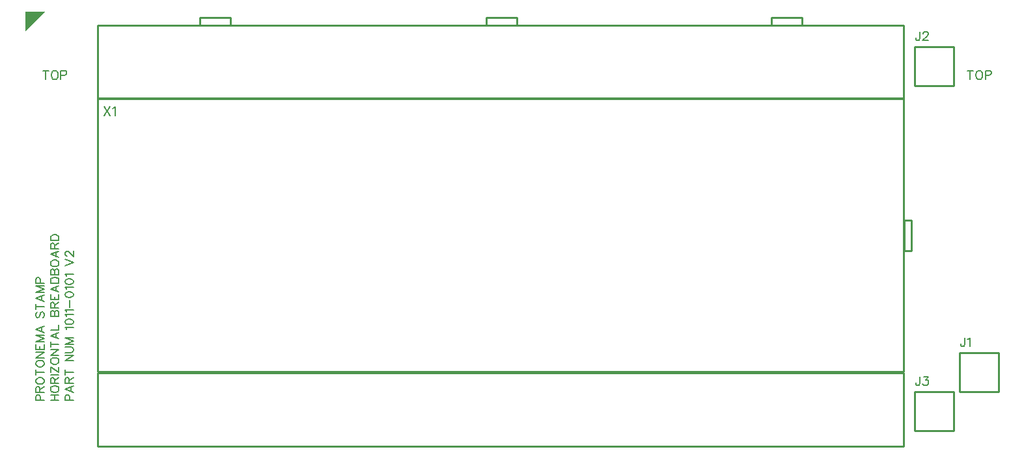
<source format=gto>
G04 Layer: TopSilkscreenLayer*
G04 EasyEDA v6.5.29, 2023-07-09 11:22:14*
G04 cfc9732f681849a493c23aee7f3b8659,5a6b42c53f6a479593ecc07194224c93,10*
G04 Gerber Generator version 0.2*
G04 Scale: 100 percent, Rotated: No, Reflected: No *
G04 Dimensions in millimeters *
G04 leading zeros omitted , absolute positions ,4 integer and 5 decimal *
%FSLAX45Y45*%
%MOMM*%

%ADD10C,0.2032*%
%ADD11C,0.1524*%
%ADD12C,0.2540*%

%LPD*%
D10*
X11636910Y1086203D02*
G01*
X11636910Y999081D01*
X11631576Y982571D01*
X11625988Y977237D01*
X11615066Y971649D01*
X11604144Y971649D01*
X11593222Y977237D01*
X11587888Y982571D01*
X11582300Y999081D01*
X11582300Y1010003D01*
X11683900Y1086203D02*
G01*
X11743844Y1086203D01*
X11711078Y1042769D01*
X11727588Y1042769D01*
X11738510Y1037181D01*
X11743844Y1031847D01*
X11749178Y1015337D01*
X11749178Y1004415D01*
X11743844Y988159D01*
X11732922Y977237D01*
X11716666Y971649D01*
X11700156Y971649D01*
X11683900Y977237D01*
X11678312Y982571D01*
X11672978Y993493D01*
X11637012Y5582147D02*
G01*
X11637012Y5494771D01*
X11631424Y5478515D01*
X11626090Y5472927D01*
X11615168Y5467593D01*
X11604246Y5467593D01*
X11593324Y5472927D01*
X11587736Y5478515D01*
X11582402Y5494771D01*
X11582402Y5505693D01*
X11678414Y5554715D02*
G01*
X11678414Y5560303D01*
X11683748Y5571225D01*
X11689336Y5576559D01*
X11700258Y5582147D01*
X11722102Y5582147D01*
X11733024Y5576559D01*
X11738358Y5571225D01*
X11743946Y5560303D01*
X11743946Y5549381D01*
X11738358Y5538459D01*
X11727436Y5522203D01*
X11672826Y5467593D01*
X11749280Y5467593D01*
X12221174Y1594365D02*
G01*
X12221174Y1506989D01*
X12215586Y1490733D01*
X12210252Y1485145D01*
X12199330Y1479811D01*
X12188408Y1479811D01*
X12177486Y1485145D01*
X12171898Y1490733D01*
X12166564Y1506989D01*
X12166564Y1517911D01*
X12256988Y1572521D02*
G01*
X12267910Y1577855D01*
X12284420Y1594365D01*
X12284420Y1479811D01*
X266694Y5074160D02*
G01*
X266694Y4959606D01*
X228594Y5074160D02*
G01*
X305048Y5074160D01*
X373628Y5074160D02*
G01*
X362706Y5068572D01*
X351784Y5057650D01*
X346450Y5046728D01*
X340862Y5030472D01*
X340862Y5003294D01*
X346450Y4986784D01*
X351784Y4975862D01*
X362706Y4964940D01*
X373628Y4959606D01*
X395472Y4959606D01*
X406394Y4964940D01*
X417316Y4975862D01*
X422904Y4986784D01*
X428238Y5003294D01*
X428238Y5030472D01*
X422904Y5046728D01*
X417316Y5057650D01*
X406394Y5068572D01*
X395472Y5074160D01*
X373628Y5074160D01*
X464306Y5074160D02*
G01*
X464306Y4959606D01*
X464306Y5074160D02*
G01*
X513328Y5074160D01*
X529584Y5068572D01*
X535172Y5063238D01*
X540506Y5052316D01*
X540506Y5035806D01*
X535172Y5024884D01*
X529584Y5019550D01*
X513328Y5013962D01*
X464306Y5013962D01*
D11*
X519684Y774700D02*
G01*
X628650Y774700D01*
X519684Y774700D02*
G01*
X519684Y821436D01*
X524763Y836929D01*
X530097Y842263D01*
X540512Y847344D01*
X556005Y847344D01*
X566420Y842263D01*
X571500Y836929D01*
X576834Y821436D01*
X576834Y774700D01*
X519684Y923289D02*
G01*
X628650Y881634D01*
X519684Y923289D02*
G01*
X628650Y964945D01*
X592328Y897381D02*
G01*
X592328Y949197D01*
X519684Y999236D02*
G01*
X628650Y999236D01*
X519684Y999236D02*
G01*
X519684Y1045971D01*
X524763Y1061465D01*
X530097Y1066800D01*
X540512Y1071879D01*
X550926Y1071879D01*
X561339Y1066800D01*
X566420Y1061465D01*
X571500Y1045971D01*
X571500Y999236D01*
X571500Y1035557D02*
G01*
X628650Y1071879D01*
X519684Y1142492D02*
G01*
X628650Y1142492D01*
X519684Y1106170D02*
G01*
X519684Y1178813D01*
X519684Y1293113D02*
G01*
X628650Y1293113D01*
X519684Y1293113D02*
G01*
X628650Y1366012D01*
X519684Y1366012D02*
G01*
X628650Y1366012D01*
X519684Y1400302D02*
G01*
X597662Y1400302D01*
X613155Y1405381D01*
X623570Y1415795D01*
X628650Y1431289D01*
X628650Y1441704D01*
X623570Y1457452D01*
X613155Y1467865D01*
X597662Y1472945D01*
X519684Y1472945D01*
X519684Y1507236D02*
G01*
X628650Y1507236D01*
X519684Y1507236D02*
G01*
X628650Y1548892D01*
X519684Y1590294D02*
G01*
X628650Y1548892D01*
X519684Y1590294D02*
G01*
X628650Y1590294D01*
X540512Y1704594D02*
G01*
X535178Y1715007D01*
X519684Y1730755D01*
X628650Y1730755D01*
X519684Y1796034D02*
G01*
X524763Y1780539D01*
X540512Y1770126D01*
X566420Y1765045D01*
X581913Y1765045D01*
X608076Y1770126D01*
X623570Y1780539D01*
X628650Y1796034D01*
X628650Y1806447D01*
X623570Y1822195D01*
X608076Y1832610D01*
X581913Y1837689D01*
X566420Y1837689D01*
X540512Y1832610D01*
X524763Y1822195D01*
X519684Y1806447D01*
X519684Y1796034D01*
X540512Y1871979D02*
G01*
X535178Y1882394D01*
X519684Y1897887D01*
X628650Y1897887D01*
X540512Y1932178D02*
G01*
X535178Y1942592D01*
X519684Y1958339D01*
X628650Y1958339D01*
X581913Y1992629D02*
G01*
X581913Y2086102D01*
X519684Y2151379D02*
G01*
X524763Y2135886D01*
X540512Y2125471D01*
X566420Y2120392D01*
X581913Y2120392D01*
X608076Y2125471D01*
X623570Y2135886D01*
X628650Y2151379D01*
X628650Y2161794D01*
X623570Y2177542D01*
X608076Y2187955D01*
X581913Y2193036D01*
X566420Y2193036D01*
X540512Y2187955D01*
X524763Y2177542D01*
X519684Y2161794D01*
X519684Y2151379D01*
X540512Y2227326D02*
G01*
X535178Y2237739D01*
X519684Y2253234D01*
X628650Y2253234D01*
X519684Y2318765D02*
G01*
X524763Y2303271D01*
X540512Y2292857D01*
X566420Y2287523D01*
X581913Y2287523D01*
X608076Y2292857D01*
X623570Y2303271D01*
X628650Y2318765D01*
X628650Y2329179D01*
X623570Y2344673D01*
X608076Y2355087D01*
X581913Y2360421D01*
X566420Y2360421D01*
X540512Y2355087D01*
X524763Y2344673D01*
X519684Y2329179D01*
X519684Y2318765D01*
X540512Y2394712D02*
G01*
X535178Y2405126D01*
X519684Y2420620D01*
X628650Y2420620D01*
X519684Y2534920D02*
G01*
X628650Y2576576D01*
X519684Y2617978D02*
G01*
X628650Y2576576D01*
X545592Y2657602D02*
G01*
X540512Y2657602D01*
X530097Y2662681D01*
X524763Y2668015D01*
X519684Y2678429D01*
X519684Y2699004D01*
X524763Y2709418D01*
X530097Y2714752D01*
X540512Y2719831D01*
X550926Y2719831D01*
X561339Y2714752D01*
X576834Y2704337D01*
X628650Y2652268D01*
X628650Y2725165D01*
X329184Y774700D02*
G01*
X438150Y774700D01*
X329184Y847344D02*
G01*
X438150Y847344D01*
X381000Y774700D02*
G01*
X381000Y847344D01*
X329184Y912876D02*
G01*
X334263Y902462D01*
X344678Y892047D01*
X355092Y886968D01*
X370839Y881634D01*
X396747Y881634D01*
X412242Y886968D01*
X422655Y892047D01*
X433070Y902462D01*
X438150Y912876D01*
X438150Y933704D01*
X433070Y944118D01*
X422655Y954531D01*
X412242Y959612D01*
X396747Y964945D01*
X370839Y964945D01*
X355092Y959612D01*
X344678Y954531D01*
X334263Y944118D01*
X329184Y933704D01*
X329184Y912876D01*
X329184Y999236D02*
G01*
X438150Y999236D01*
X329184Y999236D02*
G01*
X329184Y1045971D01*
X334263Y1061465D01*
X339597Y1066800D01*
X350012Y1071879D01*
X360426Y1071879D01*
X370839Y1066800D01*
X375920Y1061465D01*
X381000Y1045971D01*
X381000Y999236D01*
X381000Y1035557D02*
G01*
X438150Y1071879D01*
X329184Y1106170D02*
G01*
X438150Y1106170D01*
X329184Y1213104D02*
G01*
X438150Y1140460D01*
X329184Y1140460D02*
G01*
X329184Y1213104D01*
X438150Y1140460D02*
G01*
X438150Y1213104D01*
X329184Y1278636D02*
G01*
X334263Y1268221D01*
X344678Y1257807D01*
X355092Y1252728D01*
X370839Y1247394D01*
X396747Y1247394D01*
X412242Y1252728D01*
X422655Y1257807D01*
X433070Y1268221D01*
X438150Y1278636D01*
X438150Y1299463D01*
X433070Y1309878D01*
X422655Y1320292D01*
X412242Y1325371D01*
X396747Y1330705D01*
X370839Y1330705D01*
X355092Y1325371D01*
X344678Y1320292D01*
X334263Y1309878D01*
X329184Y1299463D01*
X329184Y1278636D01*
X329184Y1364995D02*
G01*
X438150Y1364995D01*
X329184Y1364995D02*
G01*
X438150Y1437639D01*
X329184Y1437639D02*
G01*
X438150Y1437639D01*
X329184Y1508252D02*
G01*
X438150Y1508252D01*
X329184Y1471929D02*
G01*
X329184Y1544573D01*
X329184Y1620520D02*
G01*
X438150Y1578863D01*
X329184Y1620520D02*
G01*
X438150Y1662176D01*
X401828Y1594612D02*
G01*
X401828Y1646428D01*
X329184Y1696465D02*
G01*
X438150Y1696465D01*
X438150Y1696465D02*
G01*
X438150Y1758695D01*
X329184Y1872995D02*
G01*
X438150Y1872995D01*
X329184Y1872995D02*
G01*
X329184Y1919731D01*
X334263Y1935479D01*
X339597Y1940560D01*
X350012Y1945639D01*
X360426Y1945639D01*
X370839Y1940560D01*
X375920Y1935479D01*
X381000Y1919731D01*
X381000Y1872995D02*
G01*
X381000Y1919731D01*
X386334Y1935479D01*
X391413Y1940560D01*
X401828Y1945639D01*
X417576Y1945639D01*
X427989Y1940560D01*
X433070Y1935479D01*
X438150Y1919731D01*
X438150Y1872995D01*
X329184Y1979929D02*
G01*
X438150Y1979929D01*
X329184Y1979929D02*
G01*
X329184Y2026920D01*
X334263Y2042413D01*
X339597Y2047494D01*
X350012Y2052828D01*
X360426Y2052828D01*
X370839Y2047494D01*
X375920Y2042413D01*
X381000Y2026920D01*
X381000Y1979929D01*
X381000Y2016505D02*
G01*
X438150Y2052828D01*
X329184Y2087118D02*
G01*
X438150Y2087118D01*
X329184Y2087118D02*
G01*
X329184Y2154681D01*
X381000Y2087118D02*
G01*
X381000Y2128520D01*
X438150Y2087118D02*
G01*
X438150Y2154681D01*
X329184Y2230373D02*
G01*
X438150Y2188971D01*
X329184Y2230373D02*
G01*
X438150Y2272029D01*
X401828Y2204465D02*
G01*
X401828Y2256536D01*
X329184Y2306320D02*
G01*
X438150Y2306320D01*
X329184Y2306320D02*
G01*
X329184Y2342642D01*
X334263Y2358389D01*
X344678Y2368550D01*
X355092Y2373884D01*
X370839Y2378963D01*
X396747Y2378963D01*
X412242Y2373884D01*
X422655Y2368550D01*
X433070Y2358389D01*
X438150Y2342642D01*
X438150Y2306320D01*
X329184Y2413254D02*
G01*
X438150Y2413254D01*
X329184Y2413254D02*
G01*
X329184Y2459989D01*
X334263Y2475737D01*
X339597Y2480818D01*
X350012Y2486152D01*
X360426Y2486152D01*
X370839Y2480818D01*
X375920Y2475737D01*
X381000Y2459989D01*
X381000Y2413254D02*
G01*
X381000Y2459989D01*
X386334Y2475737D01*
X391413Y2480818D01*
X401828Y2486152D01*
X417576Y2486152D01*
X427989Y2480818D01*
X433070Y2475737D01*
X438150Y2459989D01*
X438150Y2413254D01*
X329184Y2551429D02*
G01*
X334263Y2541270D01*
X344678Y2530855D01*
X355092Y2525521D01*
X370839Y2520442D01*
X396747Y2520442D01*
X412242Y2525521D01*
X422655Y2530855D01*
X433070Y2541270D01*
X438150Y2551429D01*
X438150Y2572257D01*
X433070Y2582671D01*
X422655Y2593086D01*
X412242Y2598420D01*
X396747Y2603500D01*
X370839Y2603500D01*
X355092Y2598420D01*
X344678Y2593086D01*
X334263Y2582671D01*
X329184Y2572257D01*
X329184Y2551429D01*
X329184Y2679445D02*
G01*
X438150Y2637789D01*
X329184Y2679445D02*
G01*
X438150Y2720847D01*
X401828Y2653284D02*
G01*
X401828Y2705354D01*
X329184Y2755137D02*
G01*
X438150Y2755137D01*
X329184Y2755137D02*
G01*
X329184Y2801873D01*
X334263Y2817621D01*
X339597Y2822702D01*
X350012Y2828036D01*
X360426Y2828036D01*
X370839Y2822702D01*
X375920Y2817621D01*
X381000Y2801873D01*
X381000Y2755137D01*
X381000Y2791460D02*
G01*
X438150Y2828036D01*
X329184Y2862326D02*
G01*
X438150Y2862326D01*
X329184Y2862326D02*
G01*
X329184Y2898647D01*
X334263Y2914142D01*
X344678Y2924555D01*
X355092Y2929889D01*
X370839Y2934970D01*
X396747Y2934970D01*
X412242Y2929889D01*
X422655Y2924555D01*
X433070Y2914142D01*
X438150Y2898647D01*
X438150Y2862326D01*
X138684Y774700D02*
G01*
X247650Y774700D01*
X138684Y774700D02*
G01*
X138684Y821436D01*
X143763Y836929D01*
X149097Y842263D01*
X159512Y847344D01*
X175005Y847344D01*
X185420Y842263D01*
X190500Y836929D01*
X195834Y821436D01*
X195834Y774700D01*
X138684Y881634D02*
G01*
X247650Y881634D01*
X138684Y881634D02*
G01*
X138684Y928370D01*
X143763Y944118D01*
X149097Y949197D01*
X159512Y954531D01*
X169926Y954531D01*
X180339Y949197D01*
X185420Y944118D01*
X190500Y928370D01*
X190500Y881634D01*
X190500Y918210D02*
G01*
X247650Y954531D01*
X138684Y1019810D02*
G01*
X143763Y1009650D01*
X154178Y999236D01*
X164592Y993902D01*
X180339Y988821D01*
X206247Y988821D01*
X221742Y993902D01*
X232155Y999236D01*
X242570Y1009650D01*
X247650Y1019810D01*
X247650Y1040637D01*
X242570Y1051052D01*
X232155Y1061465D01*
X221742Y1066800D01*
X206247Y1071879D01*
X180339Y1071879D01*
X164592Y1066800D01*
X154178Y1061465D01*
X143763Y1051052D01*
X138684Y1040637D01*
X138684Y1019810D01*
X138684Y1142492D02*
G01*
X247650Y1142492D01*
X138684Y1106170D02*
G01*
X138684Y1178813D01*
X138684Y1244345D02*
G01*
X143763Y1233931D01*
X154178Y1223518D01*
X164592Y1218437D01*
X180339Y1213104D01*
X206247Y1213104D01*
X221742Y1218437D01*
X232155Y1223518D01*
X242570Y1233931D01*
X247650Y1244345D01*
X247650Y1265173D01*
X242570Y1275587D01*
X232155Y1286002D01*
X221742Y1291081D01*
X206247Y1296415D01*
X180339Y1296415D01*
X164592Y1291081D01*
X154178Y1286002D01*
X143763Y1275587D01*
X138684Y1265173D01*
X138684Y1244345D01*
X138684Y1330705D02*
G01*
X247650Y1330705D01*
X138684Y1330705D02*
G01*
X247650Y1403350D01*
X138684Y1403350D02*
G01*
X247650Y1403350D01*
X138684Y1437639D02*
G01*
X247650Y1437639D01*
X138684Y1437639D02*
G01*
X138684Y1505204D01*
X190500Y1437639D02*
G01*
X190500Y1479295D01*
X247650Y1437639D02*
G01*
X247650Y1505204D01*
X138684Y1539494D02*
G01*
X247650Y1539494D01*
X138684Y1539494D02*
G01*
X247650Y1581150D01*
X138684Y1622552D02*
G01*
X247650Y1581150D01*
X138684Y1622552D02*
G01*
X247650Y1622552D01*
X138684Y1698497D02*
G01*
X247650Y1656842D01*
X138684Y1698497D02*
G01*
X247650Y1739900D01*
X211328Y1672589D02*
G01*
X211328Y1724405D01*
X154178Y1927097D02*
G01*
X143763Y1916684D01*
X138684Y1901189D01*
X138684Y1880362D01*
X143763Y1864613D01*
X154178Y1854200D01*
X164592Y1854200D01*
X175005Y1859534D01*
X180339Y1864613D01*
X185420Y1875028D01*
X195834Y1906270D01*
X200913Y1916684D01*
X206247Y1921763D01*
X216662Y1927097D01*
X232155Y1927097D01*
X242570Y1916684D01*
X247650Y1901189D01*
X247650Y1880362D01*
X242570Y1864613D01*
X232155Y1854200D01*
X138684Y1997710D02*
G01*
X247650Y1997710D01*
X138684Y1961387D02*
G01*
X138684Y2034031D01*
X138684Y2109978D02*
G01*
X247650Y2068321D01*
X138684Y2109978D02*
G01*
X247650Y2151379D01*
X211328Y2084070D02*
G01*
X211328Y2135886D01*
X138684Y2185670D02*
G01*
X247650Y2185670D01*
X138684Y2185670D02*
G01*
X247650Y2227326D01*
X138684Y2268981D02*
G01*
X247650Y2227326D01*
X138684Y2268981D02*
G01*
X247650Y2268981D01*
X138684Y2303271D02*
G01*
X247650Y2303271D01*
X138684Y2303271D02*
G01*
X138684Y2350007D01*
X143763Y2365502D01*
X149097Y2370836D01*
X159512Y2375915D01*
X175005Y2375915D01*
X185420Y2370836D01*
X190500Y2365502D01*
X195834Y2350007D01*
X195834Y2303271D01*
D10*
X1028700Y4604257D02*
G01*
X1105154Y4489704D01*
X1105154Y4604257D02*
G01*
X1028700Y4489704D01*
X1140968Y4582413D02*
G01*
X1151889Y4587747D01*
X1168400Y4604257D01*
X1168400Y4489704D01*
X12290800Y5074160D02*
G01*
X12290800Y4959606D01*
X12252700Y5074160D02*
G01*
X12329154Y5074160D01*
X12397734Y5074160D02*
G01*
X12386812Y5068572D01*
X12375890Y5057650D01*
X12370556Y5046728D01*
X12364968Y5030472D01*
X12364968Y5003294D01*
X12370556Y4986784D01*
X12375890Y4975862D01*
X12386812Y4964940D01*
X12397734Y4959606D01*
X12419578Y4959606D01*
X12430500Y4964940D01*
X12441422Y4975862D01*
X12447010Y4986784D01*
X12452344Y5003294D01*
X12452344Y5030472D01*
X12447010Y5046728D01*
X12441422Y5057650D01*
X12430500Y5068572D01*
X12419578Y5074160D01*
X12397734Y5074160D01*
X12488412Y5074160D02*
G01*
X12488412Y4959606D01*
X12488412Y5074160D02*
G01*
X12537434Y5074160D01*
X12553690Y5068572D01*
X12559278Y5063238D01*
X12564612Y5052316D01*
X12564612Y5035806D01*
X12559278Y5024884D01*
X12553690Y5019550D01*
X12537434Y5013962D01*
X12488412Y5013962D01*
G36*
X0Y5842000D02*
G01*
X0Y5588000D01*
X254000Y5842000D01*
G37*
D12*
X11566906Y889000D02*
G01*
X12074906Y889000D01*
X12074906Y381000D01*
X11566906Y381000D01*
X11566906Y889000D01*
X11566906Y5384800D02*
G01*
X12074906Y5384800D01*
X12074906Y4876800D01*
X11566906Y4876800D01*
X11566906Y5384800D01*
X945565Y5663793D02*
G01*
X11423853Y5663793D01*
X11423853Y4716703D01*
X945565Y4716703D01*
X945565Y5663793D01*
X945565Y4704003D02*
G01*
X11423853Y4704003D01*
X11423853Y1148588D01*
X945565Y1148588D01*
X945565Y4704003D01*
X945565Y1135303D02*
G01*
X11423853Y1135303D01*
X11423853Y179882D01*
X945565Y179882D01*
X945565Y1135303D01*
X12151106Y1397000D02*
G01*
X12659106Y1397000D01*
X12659106Y889000D01*
X12151106Y889000D01*
X12151106Y1397000D01*
X2273300Y5765774D02*
G01*
X2673299Y5765774D01*
X2673299Y5665774D01*
X2273300Y5665774D01*
X2273300Y5765774D01*
X5994400Y5765774D02*
G01*
X6394399Y5765774D01*
X6394399Y5665774D01*
X5994400Y5665774D01*
X5994400Y5765774D01*
X9702774Y5765774D02*
G01*
X10102773Y5765774D01*
X10102773Y5665774D01*
X9702774Y5665774D01*
X9702774Y5765774D01*
X11429974Y3124200D02*
G01*
X11529974Y3124200D01*
X11529974Y2724200D01*
X11429974Y2724200D01*
X11429974Y3124200D01*
M02*

</source>
